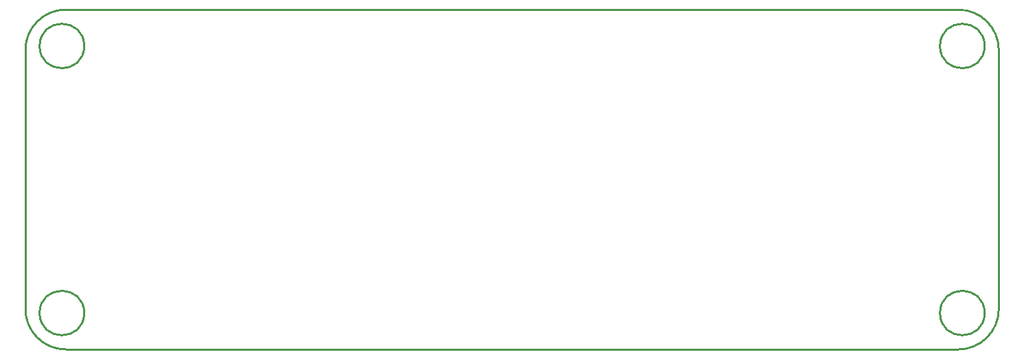
<source format=gbr>
%TF.GenerationSoftware,KiCad,Pcbnew,(6.0.0)*%
%TF.CreationDate,2022-03-13T18:47:54+01:00*%
%TF.ProjectId,TurtlePad,54757274-6c65-4506-9164-2e6b69636164,rev?*%
%TF.SameCoordinates,Original*%
%TF.FileFunction,Paste,Top*%
%TF.FilePolarity,Positive*%
%FSLAX46Y46*%
G04 Gerber Fmt 4.6, Leading zero omitted, Abs format (unit mm)*
G04 Created by KiCad (PCBNEW (6.0.0)) date 2022-03-13 18:47:54*
%MOMM*%
%LPD*%
G01*
G04 APERTURE LIST*
%TA.AperFunction,Profile*%
%ADD10C,0.250000*%
%TD*%
G04 APERTURE END LIST*
D10*
X98598750Y-79243439D02*
G75*
G03*
X93598750Y-84243439I0J-5000000D01*
G01*
X208598750Y-79243439D02*
X98598750Y-79243439D01*
X98598750Y-121243439D02*
X208598750Y-121243439D01*
X208598750Y-121243439D02*
G75*
G03*
X213598750Y-116243439I0J5000000D01*
G01*
X213598750Y-84243439D02*
G75*
G03*
X208598750Y-79243439I-5000000J0D01*
G01*
X100848750Y-116743439D02*
G75*
G03*
X100848750Y-116743439I-2750000J0D01*
G01*
X211848750Y-83743439D02*
G75*
G03*
X211848750Y-83743439I-2750000J0D01*
G01*
X211848750Y-116743439D02*
G75*
G03*
X211848750Y-116743439I-2750000J0D01*
G01*
X93598750Y-116243439D02*
G75*
G03*
X98598750Y-121243439I5000000J0D01*
G01*
X93598750Y-84243439D02*
X93598750Y-116243439D01*
X100848750Y-83743439D02*
G75*
G03*
X100848750Y-83743439I-2750000J0D01*
G01*
X213598750Y-116243439D02*
X213598750Y-84243439D01*
M02*

</source>
